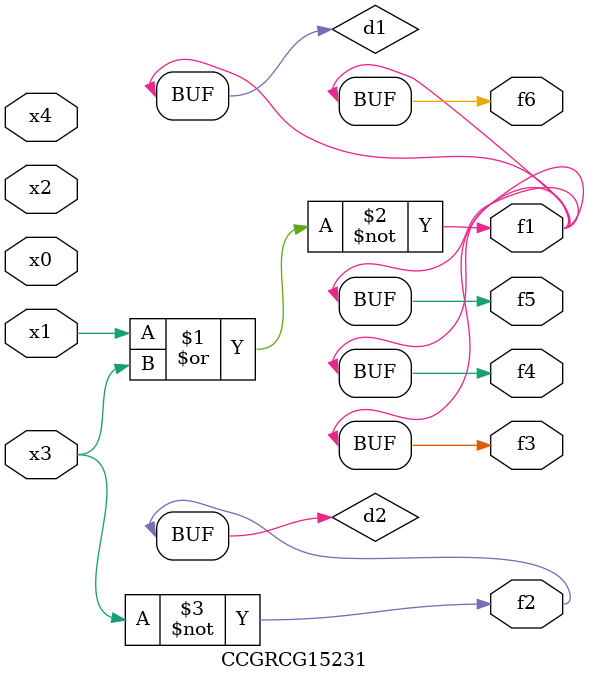
<source format=v>
module CCGRCG15231(
	input x0, x1, x2, x3, x4,
	output f1, f2, f3, f4, f5, f6
);

	wire d1, d2;

	nor (d1, x1, x3);
	not (d2, x3);
	assign f1 = d1;
	assign f2 = d2;
	assign f3 = d1;
	assign f4 = d1;
	assign f5 = d1;
	assign f6 = d1;
endmodule

</source>
